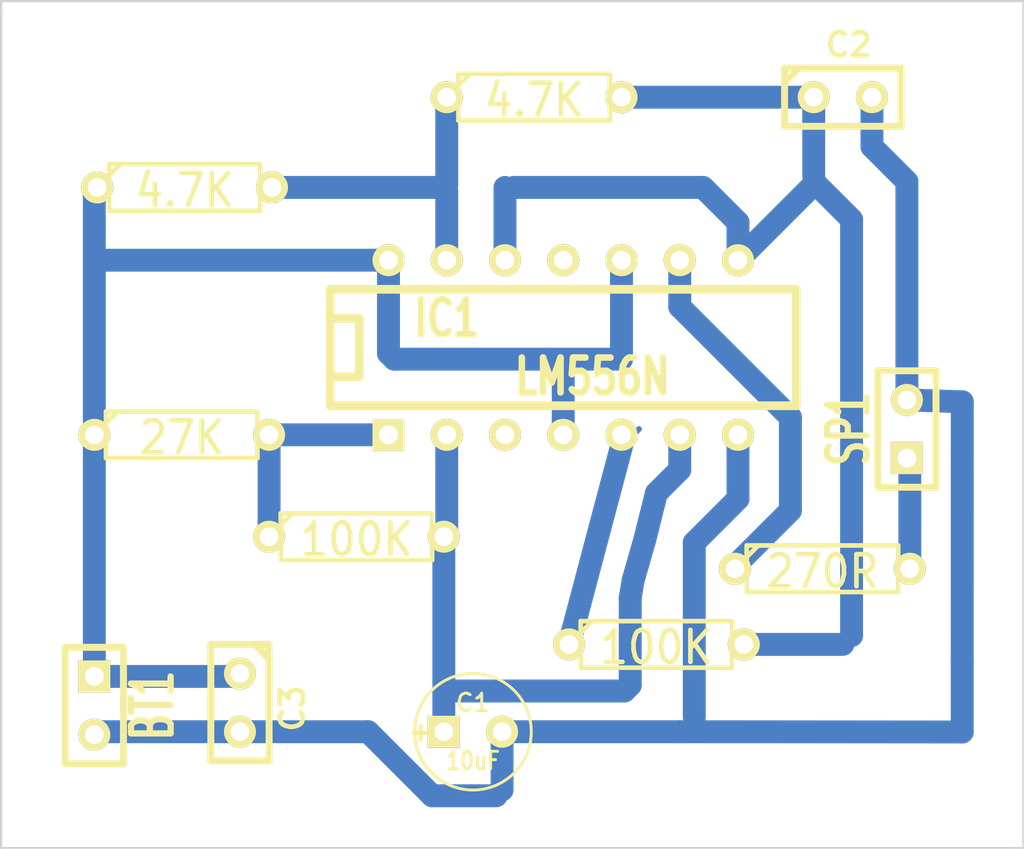
<source format=kicad_pcb>
(kicad_pcb (version 3) (host pcbnew "(2013-07-07 BZR 4022)-stable")

  (general
    (links 25)
    (no_connects 0)
    (area 46.329599 46.2534 85.980515 80.303511)
    (thickness 1.6)
    (drawings 5)
    (tracks 77)
    (zones 0)
    (modules 12)
    (nets 10)
  )

  (page A4)
  (title_block 
    (title "Sirene 556")
    (rev 1)
    (company "Garoa Hacker Clube")
    (comment 1 "Daniel Quadros")
  )

  (layers
    (15 F.Cu signal)
    (0 B.Cu signal)
    (16 B.Adhes user)
    (17 F.Adhes user)
    (18 B.Paste user)
    (19 F.Paste user)
    (20 B.SilkS user)
    (21 F.SilkS user)
    (22 B.Mask user)
    (23 F.Mask user)
    (24 Dwgs.User user)
    (25 Cmts.User user)
    (26 Eco1.User user)
    (27 Eco2.User user)
    (28 Edge.Cuts user)
  )

  (setup
    (last_trace_width 1)
    (user_trace_width 1)
    (trace_clearance 0.254)
    (zone_clearance 0.508)
    (zone_45_only no)
    (trace_min 0.254)
    (segment_width 0.2)
    (edge_width 0.1)
    (via_size 0.889)
    (via_drill 0.635)
    (via_min_size 0.889)
    (via_min_drill 0.508)
    (uvia_size 0.508)
    (uvia_drill 0.127)
    (uvias_allowed no)
    (uvia_min_size 0.508)
    (uvia_min_drill 0.127)
    (pcb_text_width 0.3)
    (pcb_text_size 1.5 1.5)
    (mod_edge_width 0.15)
    (mod_text_size 1 1)
    (mod_text_width 0.15)
    (pad_size 1.5 1.5)
    (pad_drill 0.6)
    (pad_to_mask_clearance 0)
    (aux_axis_origin 0 0)
    (visible_elements 7FFFFFFF)
    (pcbplotparams
      (layerselection 3178497)
      (usegerberextensions true)
      (excludeedgelayer true)
      (linewidth 0.150000)
      (plotframeref false)
      (viasonmask false)
      (mode 1)
      (useauxorigin false)
      (hpglpennumber 1)
      (hpglpenspeed 20)
      (hpglpendiameter 15)
      (hpglpenoverlay 2)
      (psnegative false)
      (psa4output false)
      (plotreference true)
      (plotvalue true)
      (plotothertext true)
      (plotinvisibletext false)
      (padsonsilk false)
      (subtractmaskfromsilk false)
      (outputformat 1)
      (mirror false)
      (drillshape 1)
      (scaleselection 1)
      (outputdirectory ""))
  )

  (net 0 "")
  (net 1 N-000001)
  (net 2 N-0000010)
  (net 3 N-0000011)
  (net 4 N-000002)
  (net 5 N-000003)
  (net 6 N-000004)
  (net 7 N-000005)
  (net 8 N-000006)
  (net 9 N-000007)

  (net_class Default "This is the default net class."
    (clearance 0.254)
    (trace_width 0.254)
    (via_dia 0.889)
    (via_drill 0.635)
    (uvia_dia 0.508)
    (uvia_drill 0.127)
    (add_net "")
    (add_net N-000001)
    (add_net N-0000010)
    (add_net N-0000011)
    (add_net N-000002)
    (add_net N-000003)
    (add_net N-000004)
    (add_net N-000005)
    (add_net N-000006)
    (add_net N-000007)
  )

  (module SIL-2 (layer F.Cu) (tedit 200000) (tstamp 54E6152E)
    (at 48.006 75.946 270)
    (descr "Connecteurs 2 pins")
    (tags "CONN DEV")
    (path /54BE5B55)
    (fp_text reference BT1 (at 0 -2.54 270) (layer F.SilkS)
      (effects (font (size 1.72974 1.08712) (thickness 0.3048)))
    )
    (fp_text value BATTERY (at 0 -2.54 270) (layer F.SilkS) hide
      (effects (font (size 1.524 1.016) (thickness 0.3048)))
    )
    (fp_line (start -2.54 1.27) (end -2.54 -1.27) (layer F.SilkS) (width 0.3048))
    (fp_line (start -2.54 -1.27) (end 2.54 -1.27) (layer F.SilkS) (width 0.3048))
    (fp_line (start 2.54 -1.27) (end 2.54 1.27) (layer F.SilkS) (width 0.3048))
    (fp_line (start 2.54 1.27) (end -2.54 1.27) (layer F.SilkS) (width 0.3048))
    (pad 1 thru_hole rect (at -1.27 0 270) (size 1.397 1.397) (drill 0.8128)
      (layers *.Cu *.Mask F.SilkS)
      (net 2 N-0000010)
    )
    (pad 2 thru_hole circle (at 1.27 0 270) (size 1.397 1.397) (drill 0.8128)
      (layers *.Cu *.Mask F.SilkS)
      (net 3 N-0000011)
    )
  )

  (module SIL-2 (layer F.Cu) (tedit 200000) (tstamp 54E61538)
    (at 83.439 63.881 90)
    (descr "Connecteurs 2 pins")
    (tags "CONN DEV")
    (path /54BE6045)
    (fp_text reference SP1 (at 0 -2.54 90) (layer F.SilkS)
      (effects (font (size 1.72974 1.08712) (thickness 0.3048)))
    )
    (fp_text value SPEAKER (at 0 -2.54 90) (layer F.SilkS) hide
      (effects (font (size 1.524 1.016) (thickness 0.3048)))
    )
    (fp_line (start -2.54 1.27) (end -2.54 -1.27) (layer F.SilkS) (width 0.3048))
    (fp_line (start -2.54 -1.27) (end 2.54 -1.27) (layer F.SilkS) (width 0.3048))
    (fp_line (start 2.54 -1.27) (end 2.54 1.27) (layer F.SilkS) (width 0.3048))
    (fp_line (start 2.54 1.27) (end -2.54 1.27) (layer F.SilkS) (width 0.3048))
    (pad 1 thru_hole rect (at -1.27 0 90) (size 1.397 1.397) (drill 0.8128)
      (layers *.Cu *.Mask F.SilkS)
      (net 7 N-000005)
    )
    (pad 2 thru_hole circle (at 1.27 0 90) (size 1.397 1.397) (drill 0.8128)
      (layers *.Cu *.Mask F.SilkS)
      (net 3 N-0000011)
    )
  )

  (module R3 (layer F.Cu) (tedit 4E4C0E65) (tstamp 54E61546)
    (at 51.816 64.135)
    (descr "Resitance 3 pas")
    (tags R)
    (path /54BE5C2C)
    (autoplace_cost180 10)
    (fp_text reference R1 (at 0 0.127) (layer F.SilkS) hide
      (effects (font (size 1.397 1.27) (thickness 0.2032)))
    )
    (fp_text value 27K (at 0 0.127) (layer F.SilkS)
      (effects (font (size 1.397 1.27) (thickness 0.2032)))
    )
    (fp_line (start -3.81 0) (end -3.302 0) (layer F.SilkS) (width 0.2032))
    (fp_line (start 3.81 0) (end 3.302 0) (layer F.SilkS) (width 0.2032))
    (fp_line (start 3.302 0) (end 3.302 -1.016) (layer F.SilkS) (width 0.2032))
    (fp_line (start 3.302 -1.016) (end -3.302 -1.016) (layer F.SilkS) (width 0.2032))
    (fp_line (start -3.302 -1.016) (end -3.302 1.016) (layer F.SilkS) (width 0.2032))
    (fp_line (start -3.302 1.016) (end 3.302 1.016) (layer F.SilkS) (width 0.2032))
    (fp_line (start 3.302 1.016) (end 3.302 0) (layer F.SilkS) (width 0.2032))
    (fp_line (start -3.302 -0.508) (end -2.794 -1.016) (layer F.SilkS) (width 0.2032))
    (pad 1 thru_hole circle (at -3.81 0) (size 1.397 1.397) (drill 0.8128)
      (layers *.Cu *.Mask F.SilkS)
      (net 2 N-0000010)
    )
    (pad 2 thru_hole circle (at 3.81 0) (size 1.397 1.397) (drill 0.8128)
      (layers *.Cu *.Mask F.SilkS)
      (net 6 N-000004)
    )
    (model discret/resistor.wrl
      (at (xyz 0 0 0))
      (scale (xyz 0.3 0.3 0.3))
      (rotate (xyz 0 0 0))
    )
  )

  (module R3 (layer F.Cu) (tedit 4E4C0E65) (tstamp 54E61554)
    (at 59.436 68.58)
    (descr "Resitance 3 pas")
    (tags R)
    (path /54BE5C8C)
    (autoplace_cost180 10)
    (fp_text reference R2 (at 0 0.127) (layer F.SilkS) hide
      (effects (font (size 1.397 1.27) (thickness 0.2032)))
    )
    (fp_text value 100K (at 0 0.127) (layer F.SilkS)
      (effects (font (size 1.397 1.27) (thickness 0.2032)))
    )
    (fp_line (start -3.81 0) (end -3.302 0) (layer F.SilkS) (width 0.2032))
    (fp_line (start 3.81 0) (end 3.302 0) (layer F.SilkS) (width 0.2032))
    (fp_line (start 3.302 0) (end 3.302 -1.016) (layer F.SilkS) (width 0.2032))
    (fp_line (start 3.302 -1.016) (end -3.302 -1.016) (layer F.SilkS) (width 0.2032))
    (fp_line (start -3.302 -1.016) (end -3.302 1.016) (layer F.SilkS) (width 0.2032))
    (fp_line (start -3.302 1.016) (end 3.302 1.016) (layer F.SilkS) (width 0.2032))
    (fp_line (start 3.302 1.016) (end 3.302 0) (layer F.SilkS) (width 0.2032))
    (fp_line (start -3.302 -0.508) (end -2.794 -1.016) (layer F.SilkS) (width 0.2032))
    (pad 1 thru_hole circle (at -3.81 0) (size 1.397 1.397) (drill 0.8128)
      (layers *.Cu *.Mask F.SilkS)
      (net 6 N-000004)
    )
    (pad 2 thru_hole circle (at 3.81 0) (size 1.397 1.397) (drill 0.8128)
      (layers *.Cu *.Mask F.SilkS)
      (net 1 N-000001)
    )
    (model discret/resistor.wrl
      (at (xyz 0 0 0))
      (scale (xyz 0.3 0.3 0.3))
      (rotate (xyz 0 0 0))
    )
  )

  (module R3 (layer F.Cu) (tedit 4E4C0E65) (tstamp 54E61562)
    (at 72.517 73.279)
    (descr "Resitance 3 pas")
    (tags R)
    (path /54BE5DFE)
    (autoplace_cost180 10)
    (fp_text reference R3 (at 0 0.127) (layer F.SilkS) hide
      (effects (font (size 1.397 1.27) (thickness 0.2032)))
    )
    (fp_text value 100K (at 0 0.127) (layer F.SilkS)
      (effects (font (size 1.397 1.27) (thickness 0.2032)))
    )
    (fp_line (start -3.81 0) (end -3.302 0) (layer F.SilkS) (width 0.2032))
    (fp_line (start 3.81 0) (end 3.302 0) (layer F.SilkS) (width 0.2032))
    (fp_line (start 3.302 0) (end 3.302 -1.016) (layer F.SilkS) (width 0.2032))
    (fp_line (start 3.302 -1.016) (end -3.302 -1.016) (layer F.SilkS) (width 0.2032))
    (fp_line (start -3.302 -1.016) (end -3.302 1.016) (layer F.SilkS) (width 0.2032))
    (fp_line (start -3.302 1.016) (end 3.302 1.016) (layer F.SilkS) (width 0.2032))
    (fp_line (start 3.302 1.016) (end 3.302 0) (layer F.SilkS) (width 0.2032))
    (fp_line (start -3.302 -0.508) (end -2.794 -1.016) (layer F.SilkS) (width 0.2032))
    (pad 1 thru_hole circle (at -3.81 0) (size 1.397 1.397) (drill 0.8128)
      (layers *.Cu *.Mask F.SilkS)
      (net 5 N-000003)
    )
    (pad 2 thru_hole circle (at 3.81 0) (size 1.397 1.397) (drill 0.8128)
      (layers *.Cu *.Mask F.SilkS)
      (net 4 N-000002)
    )
    (model discret/resistor.wrl
      (at (xyz 0 0 0))
      (scale (xyz 0.3 0.3 0.3))
      (rotate (xyz 0 0 0))
    )
  )

  (module R3 (layer F.Cu) (tedit 4E4C0E65) (tstamp 54E61570)
    (at 67.183 49.403)
    (descr "Resitance 3 pas")
    (tags R)
    (path /54BE5F38)
    (autoplace_cost180 10)
    (fp_text reference R5 (at 0 0.127) (layer F.SilkS) hide
      (effects (font (size 1.397 1.27) (thickness 0.2032)))
    )
    (fp_text value 4.7K (at 0 0.127) (layer F.SilkS)
      (effects (font (size 1.397 1.27) (thickness 0.2032)))
    )
    (fp_line (start -3.81 0) (end -3.302 0) (layer F.SilkS) (width 0.2032))
    (fp_line (start 3.81 0) (end 3.302 0) (layer F.SilkS) (width 0.2032))
    (fp_line (start 3.302 0) (end 3.302 -1.016) (layer F.SilkS) (width 0.2032))
    (fp_line (start 3.302 -1.016) (end -3.302 -1.016) (layer F.SilkS) (width 0.2032))
    (fp_line (start -3.302 -1.016) (end -3.302 1.016) (layer F.SilkS) (width 0.2032))
    (fp_line (start -3.302 1.016) (end 3.302 1.016) (layer F.SilkS) (width 0.2032))
    (fp_line (start 3.302 1.016) (end 3.302 0) (layer F.SilkS) (width 0.2032))
    (fp_line (start -3.302 -0.508) (end -2.794 -1.016) (layer F.SilkS) (width 0.2032))
    (pad 1 thru_hole circle (at -3.81 0) (size 1.397 1.397) (drill 0.8128)
      (layers *.Cu *.Mask F.SilkS)
      (net 8 N-000006)
    )
    (pad 2 thru_hole circle (at 3.81 0) (size 1.397 1.397) (drill 0.8128)
      (layers *.Cu *.Mask F.SilkS)
      (net 4 N-000002)
    )
    (model discret/resistor.wrl
      (at (xyz 0 0 0))
      (scale (xyz 0.3 0.3 0.3))
      (rotate (xyz 0 0 0))
    )
  )

  (module R3 (layer F.Cu) (tedit 4E4C0E65) (tstamp 54E6157E)
    (at 79.756 69.977)
    (descr "Resitance 3 pas")
    (tags R)
    (path /54BE5F56)
    (autoplace_cost180 10)
    (fp_text reference R6 (at 0 0.127) (layer F.SilkS) hide
      (effects (font (size 1.397 1.27) (thickness 0.2032)))
    )
    (fp_text value 270R (at 0 0.127) (layer F.SilkS)
      (effects (font (size 1.397 1.27) (thickness 0.2032)))
    )
    (fp_line (start -3.81 0) (end -3.302 0) (layer F.SilkS) (width 0.2032))
    (fp_line (start 3.81 0) (end 3.302 0) (layer F.SilkS) (width 0.2032))
    (fp_line (start 3.302 0) (end 3.302 -1.016) (layer F.SilkS) (width 0.2032))
    (fp_line (start 3.302 -1.016) (end -3.302 -1.016) (layer F.SilkS) (width 0.2032))
    (fp_line (start -3.302 -1.016) (end -3.302 1.016) (layer F.SilkS) (width 0.2032))
    (fp_line (start -3.302 1.016) (end 3.302 1.016) (layer F.SilkS) (width 0.2032))
    (fp_line (start 3.302 1.016) (end 3.302 0) (layer F.SilkS) (width 0.2032))
    (fp_line (start -3.302 -0.508) (end -2.794 -1.016) (layer F.SilkS) (width 0.2032))
    (pad 1 thru_hole circle (at -3.81 0) (size 1.397 1.397) (drill 0.8128)
      (layers *.Cu *.Mask F.SilkS)
      (net 9 N-000007)
    )
    (pad 2 thru_hole circle (at 3.81 0) (size 1.397 1.397) (drill 0.8128)
      (layers *.Cu *.Mask F.SilkS)
      (net 7 N-000005)
    )
    (model discret/resistor.wrl
      (at (xyz 0 0 0))
      (scale (xyz 0.3 0.3 0.3))
      (rotate (xyz 0 0 0))
    )
  )

  (module R3 (layer F.Cu) (tedit 4E4C0E65) (tstamp 54E6158C)
    (at 51.943 53.34)
    (descr "Resitance 3 pas")
    (tags R)
    (path /54BE5FE6)
    (autoplace_cost180 10)
    (fp_text reference R4 (at 0 0.127) (layer F.SilkS) hide
      (effects (font (size 1.397 1.27) (thickness 0.2032)))
    )
    (fp_text value 4.7K (at 0 0.127) (layer F.SilkS)
      (effects (font (size 1.397 1.27) (thickness 0.2032)))
    )
    (fp_line (start -3.81 0) (end -3.302 0) (layer F.SilkS) (width 0.2032))
    (fp_line (start 3.81 0) (end 3.302 0) (layer F.SilkS) (width 0.2032))
    (fp_line (start 3.302 0) (end 3.302 -1.016) (layer F.SilkS) (width 0.2032))
    (fp_line (start 3.302 -1.016) (end -3.302 -1.016) (layer F.SilkS) (width 0.2032))
    (fp_line (start -3.302 -1.016) (end -3.302 1.016) (layer F.SilkS) (width 0.2032))
    (fp_line (start -3.302 1.016) (end 3.302 1.016) (layer F.SilkS) (width 0.2032))
    (fp_line (start 3.302 1.016) (end 3.302 0) (layer F.SilkS) (width 0.2032))
    (fp_line (start -3.302 -0.508) (end -2.794 -1.016) (layer F.SilkS) (width 0.2032))
    (pad 1 thru_hole circle (at -3.81 0) (size 1.397 1.397) (drill 0.8128)
      (layers *.Cu *.Mask F.SilkS)
      (net 2 N-0000010)
    )
    (pad 2 thru_hole circle (at 3.81 0) (size 1.397 1.397) (drill 0.8128)
      (layers *.Cu *.Mask F.SilkS)
      (net 8 N-000006)
    )
    (model discret/resistor.wrl
      (at (xyz 0 0 0))
      (scale (xyz 0.3 0.3 0.3))
      (rotate (xyz 0 0 0))
    )
  )

  (module DIP-14__300 (layer F.Cu) (tedit 200000) (tstamp 54E615A5)
    (at 68.453 60.325)
    (descr "14 pins DIL package, round pads")
    (tags DIL)
    (path /54BE5A8F)
    (fp_text reference IC1 (at -5.08 -1.27) (layer F.SilkS)
      (effects (font (size 1.524 1.143) (thickness 0.3048)))
    )
    (fp_text value LM556N (at 1.27 1.27) (layer F.SilkS)
      (effects (font (size 1.524 1.143) (thickness 0.3048)))
    )
    (fp_line (start -10.16 -2.54) (end 10.16 -2.54) (layer F.SilkS) (width 0.381))
    (fp_line (start 10.16 2.54) (end -10.16 2.54) (layer F.SilkS) (width 0.381))
    (fp_line (start -10.16 2.54) (end -10.16 -2.54) (layer F.SilkS) (width 0.381))
    (fp_line (start -10.16 -1.27) (end -8.89 -1.27) (layer F.SilkS) (width 0.381))
    (fp_line (start -8.89 -1.27) (end -8.89 1.27) (layer F.SilkS) (width 0.381))
    (fp_line (start -8.89 1.27) (end -10.16 1.27) (layer F.SilkS) (width 0.381))
    (fp_line (start 10.16 -2.54) (end 10.16 2.54) (layer F.SilkS) (width 0.381))
    (pad 1 thru_hole rect (at -7.62 3.81) (size 1.397 1.397) (drill 0.8128)
      (layers *.Cu *.Mask F.SilkS)
      (net 6 N-000004)
    )
    (pad 2 thru_hole circle (at -5.08 3.81) (size 1.397 1.397) (drill 0.8128)
      (layers *.Cu *.Mask F.SilkS)
      (net 1 N-000001)
    )
    (pad 3 thru_hole circle (at -2.54 3.81) (size 1.397 1.397) (drill 0.8128)
      (layers *.Cu *.Mask F.SilkS)
    )
    (pad 4 thru_hole circle (at 0 3.81) (size 1.397 1.397) (drill 0.8128)
      (layers *.Cu *.Mask F.SilkS)
      (net 2 N-0000010)
    )
    (pad 5 thru_hole circle (at 2.54 3.81) (size 1.397 1.397) (drill 0.8128)
      (layers *.Cu *.Mask F.SilkS)
      (net 5 N-000003)
    )
    (pad 6 thru_hole circle (at 5.08 3.81) (size 1.397 1.397) (drill 0.8128)
      (layers *.Cu *.Mask F.SilkS)
      (net 1 N-000001)
    )
    (pad 7 thru_hole circle (at 7.62 3.81) (size 1.397 1.397) (drill 0.8128)
      (layers *.Cu *.Mask F.SilkS)
      (net 3 N-0000011)
    )
    (pad 8 thru_hole circle (at 7.62 -3.81) (size 1.397 1.397) (drill 0.8128)
      (layers *.Cu *.Mask F.SilkS)
      (net 4 N-000002)
    )
    (pad 9 thru_hole circle (at 5.08 -3.81) (size 1.397 1.397) (drill 0.8128)
      (layers *.Cu *.Mask F.SilkS)
      (net 9 N-000007)
    )
    (pad 10 thru_hole circle (at 2.54 -3.81) (size 1.397 1.397) (drill 0.8128)
      (layers *.Cu *.Mask F.SilkS)
      (net 2 N-0000010)
    )
    (pad 11 thru_hole circle (at 0 -3.81) (size 1.397 1.397) (drill 0.8128)
      (layers *.Cu *.Mask F.SilkS)
    )
    (pad 12 thru_hole circle (at -2.54 -3.81) (size 1.397 1.397) (drill 0.8128)
      (layers *.Cu *.Mask F.SilkS)
      (net 4 N-000002)
    )
    (pad 13 thru_hole circle (at -5.08 -3.81) (size 1.397 1.397) (drill 0.8128)
      (layers *.Cu *.Mask F.SilkS)
      (net 8 N-000006)
    )
    (pad 14 thru_hole circle (at -7.62 -3.81) (size 1.397 1.397) (drill 0.8128)
      (layers *.Cu *.Mask F.SilkS)
      (net 2 N-0000010)
    )
    (model dil/dil_14.wrl
      (at (xyz 0 0 0))
      (scale (xyz 1 1 1))
      (rotate (xyz 0 0 0))
    )
  )

  (module C1V5 (layer F.Cu) (tedit 3E070CF4) (tstamp 54E615AD)
    (at 64.516 77.089)
    (descr "Condensateur e = 1 pas")
    (tags C)
    (path /54BE5D23)
    (fp_text reference C1 (at 0 -1.26746) (layer F.SilkS)
      (effects (font (size 0.762 0.762) (thickness 0.127)))
    )
    (fp_text value 10uF (at 0 1.27) (layer F.SilkS)
      (effects (font (size 0.762 0.635) (thickness 0.127)))
    )
    (fp_text user + (at -2.286 0) (layer F.SilkS)
      (effects (font (size 0.762 0.762) (thickness 0.2032)))
    )
    (fp_circle (center 0 0) (end 0.127 -2.54) (layer F.SilkS) (width 0.127))
    (pad 1 thru_hole rect (at -1.27 0) (size 1.397 1.397) (drill 0.8128)
      (layers *.Cu *.Mask F.SilkS)
      (net 1 N-000001)
    )
    (pad 2 thru_hole circle (at 1.27 0) (size 1.397 1.397) (drill 0.8128)
      (layers *.Cu *.Mask F.SilkS)
      (net 3 N-0000011)
    )
    (model discret/c_vert_c1v5.wrl
      (at (xyz 0 0 0))
      (scale (xyz 1 1 1))
      (rotate (xyz 0 0 0))
    )
  )

  (module C1 (layer F.Cu) (tedit 3F92C496) (tstamp 54E615B8)
    (at 80.645 49.403)
    (descr "Condensateur e = 1 pas")
    (tags C)
    (path /54BE60AA)
    (fp_text reference C2 (at 0.254 -2.286) (layer F.SilkS)
      (effects (font (size 1.016 1.016) (thickness 0.2032)))
    )
    (fp_text value 0.1uF (at 0 -2.286) (layer F.SilkS) hide
      (effects (font (size 1.016 1.016) (thickness 0.2032)))
    )
    (fp_line (start -2.4892 -1.27) (end 2.54 -1.27) (layer F.SilkS) (width 0.3048))
    (fp_line (start 2.54 -1.27) (end 2.54 1.27) (layer F.SilkS) (width 0.3048))
    (fp_line (start 2.54 1.27) (end -2.54 1.27) (layer F.SilkS) (width 0.3048))
    (fp_line (start -2.54 1.27) (end -2.54 -1.27) (layer F.SilkS) (width 0.3048))
    (fp_line (start -2.54 -0.635) (end -1.905 -1.27) (layer F.SilkS) (width 0.3048))
    (pad 1 thru_hole circle (at -1.27 0) (size 1.397 1.397) (drill 0.8128)
      (layers *.Cu *.Mask F.SilkS)
      (net 4 N-000002)
    )
    (pad 2 thru_hole circle (at 1.27 0) (size 1.397 1.397) (drill 0.8128)
      (layers *.Cu *.Mask F.SilkS)
      (net 3 N-0000011)
    )
    (model discret/capa_1_pas.wrl
      (at (xyz 0 0 0))
      (scale (xyz 1 1 1))
      (rotate (xyz 0 0 0))
    )
  )

  (module C1 (layer F.Cu) (tedit 3F92C496) (tstamp 54E615C3)
    (at 54.356 75.819 270)
    (descr "Condensateur e = 1 pas")
    (tags C)
    (path /54BE617F)
    (fp_text reference C3 (at 0.254 -2.286 270) (layer F.SilkS)
      (effects (font (size 1.016 1.016) (thickness 0.2032)))
    )
    (fp_text value 0.1uF (at 0 -2.286 270) (layer F.SilkS) hide
      (effects (font (size 1.016 1.016) (thickness 0.2032)))
    )
    (fp_line (start -2.4892 -1.27) (end 2.54 -1.27) (layer F.SilkS) (width 0.3048))
    (fp_line (start 2.54 -1.27) (end 2.54 1.27) (layer F.SilkS) (width 0.3048))
    (fp_line (start 2.54 1.27) (end -2.54 1.27) (layer F.SilkS) (width 0.3048))
    (fp_line (start -2.54 1.27) (end -2.54 -1.27) (layer F.SilkS) (width 0.3048))
    (fp_line (start -2.54 -0.635) (end -1.905 -1.27) (layer F.SilkS) (width 0.3048))
    (pad 1 thru_hole circle (at -1.27 0 270) (size 1.397 1.397) (drill 0.8128)
      (layers *.Cu *.Mask F.SilkS)
      (net 2 N-0000010)
    )
    (pad 2 thru_hole circle (at 1.27 0 270) (size 1.397 1.397) (drill 0.8128)
      (layers *.Cu *.Mask F.SilkS)
      (net 3 N-0000011)
    )
    (model discret/capa_1_pas.wrl
      (at (xyz 0 0 0))
      (scale (xyz 1 1 1))
      (rotate (xyz 0 0 0))
    )
  )

  (gr_line (start 43.942 45.847) (end 43.942 45.212) (angle 90) (layer Edge.Cuts) (width 0.1))
  (gr_line (start 88.519 45.212) (end 43.942 45.212) (angle 90) (layer Edge.Cuts) (width 0.1))
  (gr_line (start 88.519 82.169) (end 88.519 45.212) (angle 90) (layer Edge.Cuts) (width 0.1))
  (gr_line (start 43.942 82.169) (end 88.519 82.169) (angle 90) (layer Edge.Cuts) (width 0.1))
  (gr_line (start 43.942 45.466) (end 43.942 82.169) (angle 90) (layer Edge.Cuts) (width 0.1))

  (segment (start 63.246 75.311) (end 71.12 75.311) (width 1) (layer B.Cu) (net 1))
  (segment (start 73.533 65.659) (end 73.533 64.135) (width 1) (layer B.Cu) (net 1) (tstamp 54E62645))
  (segment (start 72.517 66.675) (end 73.533 65.659) (width 1) (layer B.Cu) (net 1) (tstamp 54E62642))
  (segment (start 72.136 68.199) (end 72.517 66.675) (width 1) (layer B.Cu) (net 1) (tstamp 54E6263F))
  (segment (start 72.009 68.707) (end 72.136 68.199) (width 1) (layer B.Cu) (net 1) (tstamp 54E6263D))
  (segment (start 71.501 70.485) (end 72.009 68.707) (width 1) (layer B.Cu) (net 1) (tstamp 54E6263B))
  (segment (start 71.374 71.247) (end 71.501 70.485) (width 1) (layer B.Cu) (net 1) (tstamp 54E62637))
  (segment (start 71.374 75.057) (end 71.374 71.247) (width 1) (layer B.Cu) (net 1) (tstamp 54E62630))
  (segment (start 71.12 75.311) (end 71.374 75.057) (width 1) (layer B.Cu) (net 1) (tstamp 54E6262B))
  (segment (start 63.373 64.135) (end 63.373 68.453) (width 1) (layer B.Cu) (net 1) (status 20))
  (segment (start 63.373 68.453) (end 63.246 68.58) (width 0.254) (layer B.Cu) (net 1) (tstamp 54E6175E) (status 30))
  (segment (start 63.246 68.58) (end 63.246 75.311) (width 1) (layer B.Cu) (net 1) (tstamp 54E6175F) (status 10))
  (segment (start 63.246 75.311) (end 63.246 77.089) (width 1) (layer B.Cu) (net 1) (tstamp 54E619E4))
  (segment (start 68.453 64.135) (end 68.453 61.468) (width 1) (layer B.Cu) (net 2))
  (segment (start 68.453 61.468) (end 67.818 60.833) (width 1) (layer B.Cu) (net 2) (tstamp 54E6257F))
  (segment (start 60.833 56.515) (end 60.833 60.579) (width 1) (layer B.Cu) (net 2))
  (segment (start 61.087 60.833) (end 67.818 60.833) (width 1) (layer B.Cu) (net 2) (tstamp 54E62565))
  (segment (start 67.818 60.833) (end 70.993 60.833) (width 1) (layer B.Cu) (net 2) (tstamp 54E62585))
  (segment (start 60.833 60.579) (end 61.087 60.833) (width 1) (layer B.Cu) (net 2) (tstamp 54E6255E))
  (segment (start 70.993 56.515) (end 70.993 60.833) (width 1) (layer B.Cu) (net 2))
  (segment (start 48.006 74.676) (end 54.229 74.676) (width 1) (layer B.Cu) (net 2))
  (segment (start 54.229 74.676) (end 54.356 74.549) (width 0.254) (layer B.Cu) (net 2) (tstamp 54E6180E))
  (segment (start 48.006 74.676) (end 48.006 64.135) (width 1) (layer B.Cu) (net 2))
  (segment (start 60.833 56.515) (end 48.514 56.515) (width 1) (layer B.Cu) (net 2))
  (segment (start 48.514 56.515) (end 48.006 57.023) (width 0.254) (layer B.Cu) (net 2) (tstamp 54E61765))
  (segment (start 48.006 64.135) (end 48.006 57.023) (width 1) (layer B.Cu) (net 2))
  (segment (start 48.006 57.023) (end 48.006 53.467) (width 1) (layer B.Cu) (net 2) (tstamp 54E61768))
  (segment (start 48.006 53.467) (end 48.133 53.34) (width 0.254) (layer B.Cu) (net 2) (tstamp 54E61762))
  (segment (start 81.915 49.403) (end 81.915 51.562) (width 1) (layer B.Cu) (net 3))
  (segment (start 83.439 53.086) (end 83.439 62.611) (width 1) (layer B.Cu) (net 3) (tstamp 54E61B64))
  (segment (start 81.915 51.562) (end 83.439 53.086) (width 1) (layer B.Cu) (net 3) (tstamp 54E61B58))
  (segment (start 65.786 77.089) (end 65.786 79.629) (width 1) (layer B.Cu) (net 3))
  (segment (start 59.944 77.089) (end 54.356 77.089) (width 1) (layer B.Cu) (net 3) (tstamp 54E61AA5))
  (segment (start 62.738 79.883) (end 59.944 77.089) (width 1) (layer B.Cu) (net 3) (tstamp 54E61AA0))
  (segment (start 65.532 79.883) (end 62.738 79.883) (width 1) (layer B.Cu) (net 3) (tstamp 54E61A9C))
  (segment (start 65.786 79.629) (end 65.532 79.883) (width 0.254) (layer B.Cu) (net 3) (tstamp 54E61A9A))
  (segment (start 54.356 77.089) (end 48.133 77.089) (width 1) (layer B.Cu) (net 3))
  (segment (start 48.133 77.089) (end 48.006 77.216) (width 0.254) (layer B.Cu) (net 3) (tstamp 54E61A8D))
  (segment (start 76.073 64.135) (end 76.073 66.929) (width 1) (layer B.Cu) (net 3))
  (segment (start 74.168 76.454) (end 73.533 77.089) (width 0.254) (layer B.Cu) (net 3) (tstamp 54E61952))
  (segment (start 74.168 68.834) (end 74.168 76.454) (width 1) (layer B.Cu) (net 3) (tstamp 54E6194F))
  (segment (start 76.073 66.929) (end 74.168 68.834) (width 1) (layer B.Cu) (net 3) (tstamp 54E61948))
  (segment (start 65.786 77.089) (end 73.533 77.089) (width 1) (layer B.Cu) (net 3))
  (segment (start 73.533 77.089) (end 85.85199 77.100064) (width 1) (layer B.Cu) (net 3) (tstamp 54E61959))
  (segment (start 85.853514 62.69388) (end 83.439 62.611) (width 1) (layer B.Cu) (net 3) (tstamp 54E61844) (status 20))
  (segment (start 85.852 74.041) (end 85.853514 62.69388) (width 1) (layer B.Cu) (net 3) (tstamp 54E61842))
  (segment (start 85.85199 77.100064) (end 85.852 74.041) (width 1) (layer B.Cu) (net 3) (tstamp 54E61841))
  (segment (start 76.327 73.279) (end 80.645 73.279) (width 1) (layer B.Cu) (net 4))
  (segment (start 81.026 54.737) (end 79.375 53.086) (width 1) (layer B.Cu) (net 4) (tstamp 54E619A6))
  (segment (start 81.026 72.898) (end 81.026 54.737) (width 1) (layer B.Cu) (net 4) (tstamp 54E619A1))
  (segment (start 80.645 73.279) (end 81.026 72.898) (width 0.254) (layer B.Cu) (net 4) (tstamp 54E619A0))
  (segment (start 76.073 56.515) (end 76.073 54.864) (width 1) (layer B.Cu) (net 4))
  (segment (start 65.913 53.34) (end 65.913 56.515) (width 1) (layer B.Cu) (net 4) (tstamp 54E6183A) (status 800000))
  (segment (start 66.294 53.34) (end 65.913 53.34) (width 0.254) (layer B.Cu) (net 4) (tstamp 54E61839))
  (segment (start 74.549 53.34) (end 66.294 53.34) (width 1) (layer B.Cu) (net 4) (tstamp 54E61837))
  (segment (start 76.073 54.864) (end 74.549 53.34) (width 1) (layer B.Cu) (net 4) (tstamp 54E61835))
  (segment (start 79.375 49.403) (end 79.375 52.832) (width 1) (layer B.Cu) (net 4))
  (segment (start 79.375 52.832) (end 79.375 53.086) (width 0.254) (layer B.Cu) (net 4) (tstamp 54E618C4))
  (segment (start 79.375 53.086) (end 79.375 53.213) (width 0.254) (layer B.Cu) (net 4) (tstamp 54E618FD))
  (segment (start 79.375 53.213) (end 76.073 56.515) (width 1) (layer B.Cu) (net 4) (tstamp 54E61831))
  (segment (start 70.993 49.403) (end 79.375 49.403) (width 1) (layer B.Cu) (net 4))
  (segment (start 68.707 73.279) (end 70.993 64.643) (width 1) (layer B.Cu) (net 5) (status 10))
  (segment (start 70.993 64.643) (end 71.755 63.881) (width 0.254) (layer B.Cu) (net 5) (tstamp 54E6184E))
  (segment (start 60.833 64.135) (end 55.626 64.135) (width 1) (layer B.Cu) (net 6))
  (segment (start 55.626 64.135) (end 55.626 68.58) (width 1) (layer B.Cu) (net 6) (tstamp 54E6175B) (status 20))
  (segment (start 83.566 69.977) (end 83.566 65.278) (width 1) (layer B.Cu) (net 7))
  (segment (start 83.566 65.278) (end 83.439 65.151) (width 0.254) (layer B.Cu) (net 7) (tstamp 54E61B42))
  (segment (start 63.373 49.403) (end 63.373 53.213) (width 1) (layer B.Cu) (net 8))
  (segment (start 63.373 53.213) (end 63.246 53.34) (width 0.254) (layer B.Cu) (net 8) (tstamp 54E6182C))
  (segment (start 55.753 53.34) (end 63.246 53.34) (width 1) (layer B.Cu) (net 8))
  (segment (start 63.373 53.467) (end 63.373 56.515) (width 1) (layer B.Cu) (net 8) (tstamp 54E6181A))
  (segment (start 63.246 53.34) (end 63.373 53.467) (width 0.254) (layer B.Cu) (net 8) (tstamp 54E61819))
  (segment (start 75.946 69.977) (end 75.946 69.85) (width 0.254) (layer B.Cu) (net 9))
  (segment (start 73.533 58.547) (end 73.533 56.515) (width 1) (layer B.Cu) (net 9) (tstamp 54E61AE7))
  (segment (start 78.359 63.373) (end 73.533 58.547) (width 1) (layer B.Cu) (net 9) (tstamp 54E61ADB))
  (segment (start 78.359 67.437) (end 78.359 63.373) (width 1) (layer B.Cu) (net 9) (tstamp 54E61AD3))
  (segment (start 75.946 69.85) (end 78.359 67.437) (width 1) (layer B.Cu) (net 9) (tstamp 54E61ACF))

)

</source>
